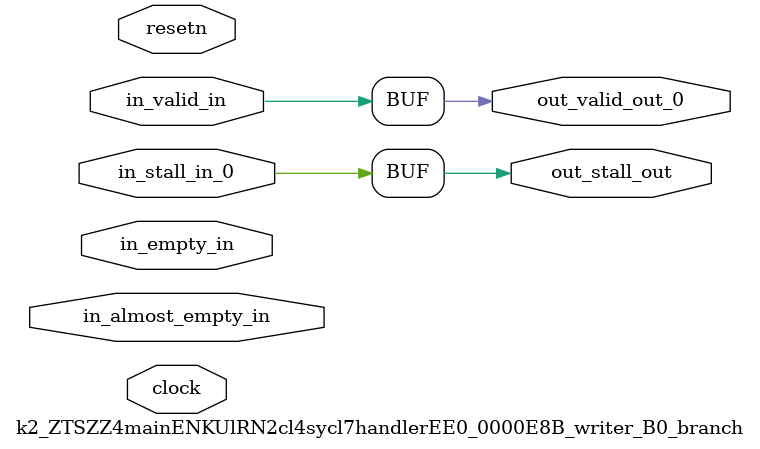
<source format=sv>



(* altera_attribute = "-name AUTO_SHIFT_REGISTER_RECOGNITION OFF; -name MESSAGE_DISABLE 10036; -name MESSAGE_DISABLE 10037; -name MESSAGE_DISABLE 14130; -name MESSAGE_DISABLE 14320; -name MESSAGE_DISABLE 15400; -name MESSAGE_DISABLE 14130; -name MESSAGE_DISABLE 10036; -name MESSAGE_DISABLE 12020; -name MESSAGE_DISABLE 12030; -name MESSAGE_DISABLE 12010; -name MESSAGE_DISABLE 12110; -name MESSAGE_DISABLE 14320; -name MESSAGE_DISABLE 13410; -name MESSAGE_DISABLE 113007; -name MESSAGE_DISABLE 10958" *)
module k2_ZTSZZ4mainENKUlRN2cl4sycl7handlerEE0_0000E8B_writer_B0_branch (
    input wire [0:0] in_almost_empty_in,
    input wire [0:0] in_empty_in,
    input wire [0:0] in_stall_in_0,
    input wire [0:0] in_valid_in,
    output wire [0:0] out_stall_out,
    output wire [0:0] out_valid_out_0,
    input wire clock,
    input wire resetn
    );

    reg [0:0] rst_sync_rst_sclrn;


    // out_stall_out(GPOUT,6)
    assign out_stall_out = in_stall_in_0;

    // out_valid_out_0(GPOUT,7)
    assign out_valid_out_0 = in_valid_in;

    // rst_sync(RESETSYNC,8)
    acl_reset_handler #(
        .ASYNC_RESET(0),
        .USE_SYNCHRONIZER(1),
        .PULSE_EXTENSION(0),
        .PIPE_DEPTH(3),
        .DUPLICATE(1)
    ) therst_sync (
        .clk(clock),
        .i_resetn(resetn),
        .o_sclrn(rst_sync_rst_sclrn)
    );

endmodule

</source>
